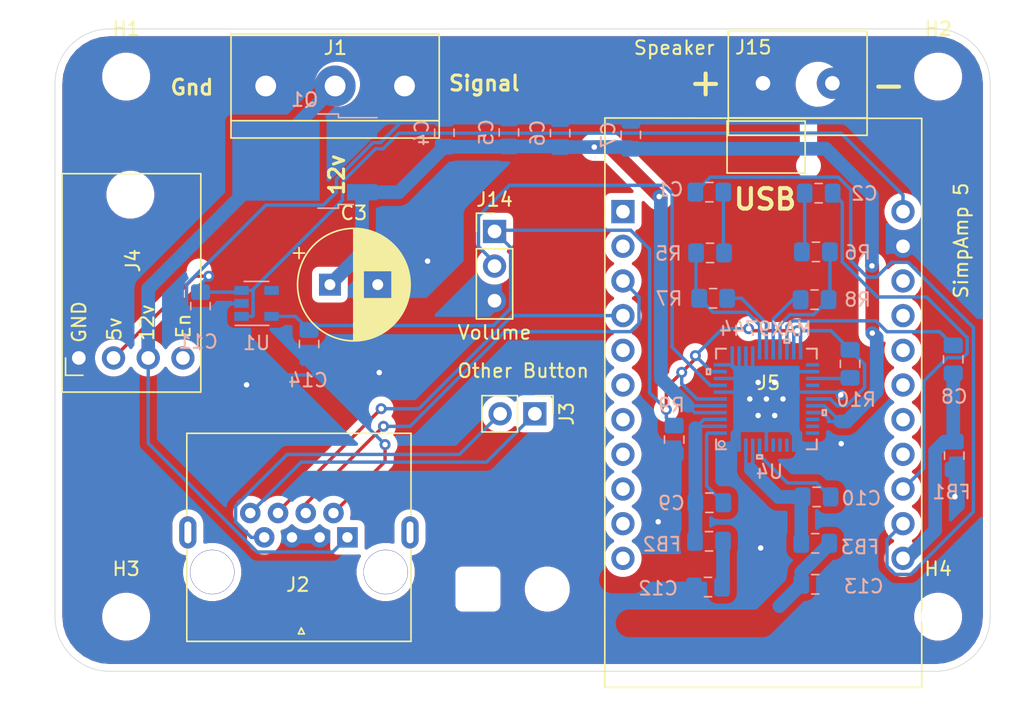
<source format=kicad_pcb>
(kicad_pcb (version 20171130) (host pcbnew "(5.1.6)-1")
  (layers (0 F.Cu signal) (31 B.Cu signal) (34 B.Paste user) (35 F.Paste user) (36 B.SilkS user) (37 F.SilkS user) (38 B.Mask user) (39 F.Mask user) (44 Edge.Cuts user))
  (net 0 "")
  (net 1 GND)
  (net 2 +12V)
  (net 3 "Net-(J2-Pad4)")
  (net 4 "Net-(J2-Pad7)")
  (net 5 "Net-(J2-Pad8)")
  (net 6 "Net-(J5-Pad1)")
  (net 7 +5V)
  (net 8 "Net-(J5-Pad3)")
  (net 9 "Net-(J5-Pad6)")
  (net 10 "Net-(J5-Pad8)")
  (net 11 "Net-(J5-Pad9)")
  (net 12 "Net-(J5-Pad10)")
  (net 13 "Net-(J5-Pad11)")
  (net 14 "Net-(J5-Pad12)")
  (net 15 "Net-(J5-Pad13)")
  (net 16 "Net-(J5-Pad14)")
  (net 17 "Net-(J5-Pad15)")
  (net 18 "Net-(J5-Pad16)")
  (net 19 "Net-(J5-Pad17)")
  (net 20 "Net-(J5-Pad19)")
  (net 21 "Net-(J5-Pad21)")
  (net 22 "Net-(J2-Pad6)")
  (net 23 "Net-(C1-Pad1)")
  (net 24 LeftIN)
  (net 25 RightIN)
  (net 26 "Net-(C2-Pad1)")
  (net 27 "Net-(C3-Pad1)")
  (net 28 "Net-(C8-Pad1)")
  (net 29 GNDA)
  (net 30 "Net-(C9-Pad1)")
  (net 31 "Net-(C9-Pad2)")
  (net 32 "Net-(C10-Pad2)")
  (net 33 "Net-(C10-Pad1)")
  (net 34 "Net-(C12-Pad2)")
  (net 35 "Net-(C13-Pad1)")
  (net 36 "Net-(J4-Pad4)")
  (net 37 +3V3)
  (net 38 "Net-(J14-Pad2)")
  (net 39 "Net-(R5-Pad1)")
  (net 40 "Net-(R6-Pad1)")
  (net 41 "Net-(R7-Pad1)")
  (net 42 "Net-(R8-Pad1)")
  (net 43 "Net-(R10-Pad1)")
  (net 44 "Net-(U4-Pad23)")
  (net 45 "Net-(U4-Pad26)")
  (net 46 "Net-(U4-Pad31)")
  (net 47 "Net-(U4-Pad32)")
  (net 48 "Net-(U4-Pad33)")
  (net 49 "Net-(U4-Pad36)")
  (net 50 "Net-(U4-Pad37)")
  (net 51 "Net-(U4-Pad38)")
  (net 52 "Net-(U1-Pad4)")
  (net 53 "Net-(J1-Pad3)")
  (module MountingHole:MountingHole_2.5mm (layer F.Cu) (at 198.12 86.9725)
    (fp_text reference H4 (at 0 -3.5) (layer F.SilkS))
    (fp_text value MountingHole)
    (pad 1 np_thru_hole circle (at 0 0) (size 2.5 2.5) (drill 2.5) (layers *.Cu *.Mask))
  )
  (module MountingHole:MountingHole_2.5mm (layer F.Cu) (at 138.684 86.9725)
    (fp_text reference H3 (at 0 -3.5) (layer F.SilkS))
    (fp_text value MountingHole)
    (pad 1 np_thru_hole circle (at 0 0) (size 2.5 2.5) (drill 2.5) (layers *.Cu *.Mask))
  )
  (module MountingHole:MountingHole_2.5mm (layer F.Cu) (at 198.12 47.412)
    (fp_text reference H2 (at 0 -3.5) (layer F.SilkS))
    (fp_text value MountingHole)
    (pad 1 np_thru_hole circle (at 0 0) (size 2.5 2.5) (drill 2.5) (layers *.Cu *.Mask))
  )
  (module MountingHole:MountingHole_2.5mm (layer F.Cu) (at 138.684 47.412)
    (fp_text reference H1 (at 0 -3.5) (layer F.SilkS))
    (fp_text value MountingHole)
    (pad 1 np_thru_hole circle (at 0 0) (size 2.5 2.5) (drill 2.5) (layers *.Cu *.Mask))
  )
  (module "Useful Modifications:AdaFruit_MPM3610" (layer F.Cu) (at 135.22 68.02 90)
    (fp_text reference J4 (at 7.1247 3.9624 90) (layer F.SilkS))
    (fp_text value Power)
    (fp_text user En (at 2.3368 7.6581 -90) (layer F.SilkS))
    (fp_text user 12v (at 2.59334 4.99364 -90) (layer F.SilkS))
    (fp_text user 5v (at 2.1209 2.60604 -90) (layer F.SilkS))
    (fp_text user GND (at 2.63398 0.02286 -90) (layer F.SilkS))
    (pad "" np_thru_hole oval (at 11.959 3.7719 195) (size 2.5 2.5) (drill oval 2.5) (layers *.Cu *.Mask))
    (pad 1 thru_hole rect (at 0 0 90) (size 1.7 1.7) (drill 1) (layers *.Cu *.Mask) (net 1 GND))
    (pad 2 thru_hole oval (at 0 2.54 90) (size 1.7 1.7) (drill 1) (layers *.Cu *.Mask) (net 7 +5V))
    (pad 3 thru_hole oval (at 0 5.08 90) (size 1.7 1.7) (drill 1) (layers *.Cu *.Mask) (net 2 +12V))
    (pad 4 thru_hole oval (at 0 7.62 90) (size 1.7 1.7) (drill 1) (layers *.Cu *.Mask) (net 36 "Net-(J4-Pad4)"))
  )
  (module Connector_PinHeader_2.54mm:PinHeader_1x02_P2.54mm_Vertical (layer F.Cu) (at 168.6 72.11 270)
    (fp_text reference J3 (at 0 -2.33 90) (layer F.SilkS))
    (fp_text value "Other Button" (at -3.15 0.85 180) (layer F.SilkS))
    (pad 1 thru_hole rect (at 0 0 270) (size 1.7 1.7) (drill 1) (layers *.Cu *.Mask) (net 5 "Net-(J2-Pad8)"))
    (pad 2 thru_hole oval (at 0 2.54 270) (size 1.7 1.7) (drill 1) (layers *.Cu *.Mask) (net 4 "Net-(J2-Pad7)"))
  )
  (module Capacitor_SMD:C_0805_2012Metric_Pad1.15x1.40mm_HandSolder (layer B.Cu) (at 181.375 55.875 180)
    (fp_text reference C1 (at 2.875 0.2) (layer B.SilkS) (effects (justify mirror)))
    (fp_text value 0.47µF)
    (pad 1 smd roundrect (at -1.025 0 180) (size 1.15 1.4) (layers B.Cu B.Paste B.Mask) (roundrect_rratio 0.217391) (net 23 "Net-(C1-Pad1)"))
    (pad 2 smd roundrect (at 1.025 0 180) (size 1.15 1.4) (layers B.Cu B.Paste B.Mask) (roundrect_rratio 0.217391) (net 24 LeftIN))
  )
  (module Capacitor_SMD:C_0805_2012Metric_Pad1.15x1.40mm_HandSolder (layer B.Cu) (at 189.375 55.95)
    (fp_text reference C2 (at 3.35 0.025) (layer B.SilkS) (effects (justify mirror)))
    (fp_text value 0.47µF)
    (pad 2 smd roundrect (at 1.025 0) (size 1.15 1.4) (layers B.Cu B.Paste B.Mask) (roundrect_rratio 0.217391) (net 25 RightIN))
    (pad 1 smd roundrect (at -1.025 0) (size 1.15 1.4) (layers B.Cu B.Paste B.Mask) (roundrect_rratio 0.217391) (net 26 "Net-(C2-Pad1)"))
  )
  (module Capacitor_THT:CP_Radial_D8.0mm_P3.50mm (layer F.Cu) (at 153.6 62.65)
    (fp_text reference C3 (at 1.75 -5.25) (layer F.SilkS))
    (fp_text value 470µF)
    (pad 1 thru_hole rect (at 0 0) (size 1.6 1.6) (drill 0.8) (layers *.Cu *.Mask) (net 27 "Net-(C3-Pad1)"))
    (pad 2 thru_hole circle (at 3.5 0) (size 1.6 1.6) (drill 0.8) (layers *.Cu *.Mask) (net 1 GND))
  )
  (module Capacitor_SMD:C_0805_2012Metric_Pad1.15x1.40mm_HandSolder (layer B.Cu) (at 161.975 51.525 270)
    (fp_text reference C4 (at 0 1.65 90) (layer B.SilkS) (effects (justify mirror)))
    (fp_text value 10µF)
    (pad 2 smd roundrect (at 1.025 0 270) (size 1.15 1.4) (layers B.Cu B.Paste B.Mask) (roundrect_rratio 0.217391) (net 27 "Net-(C3-Pad1)"))
    (pad 1 smd roundrect (at -1.025 0 270) (size 1.15 1.4) (layers B.Cu B.Paste B.Mask) (roundrect_rratio 0.217391) (net 1 GND))
  )
  (module Capacitor_SMD:C_0805_2012Metric_Pad1.15x1.40mm_HandSolder (layer B.Cu) (at 166.7 51.5 270)
    (fp_text reference C5 (at 0 1.65 90) (layer B.SilkS) (effects (justify mirror)))
    (fp_text value 10µF)
    (pad 2 smd roundrect (at 1.025 0 270) (size 1.15 1.4) (layers B.Cu B.Paste B.Mask) (roundrect_rratio 0.217391) (net 27 "Net-(C3-Pad1)"))
    (pad 1 smd roundrect (at -1.025 0 270) (size 1.15 1.4) (layers B.Cu B.Paste B.Mask) (roundrect_rratio 0.217391) (net 1 GND))
  )
  (module Capacitor_SMD:C_0805_2012Metric_Pad1.15x1.40mm_HandSolder (layer B.Cu) (at 170.45 51.55 270)
    (fp_text reference C6 (at 0 1.65 90) (layer B.SilkS) (effects (justify mirror)))
    (fp_text value 0.1µF)
    (pad 1 smd roundrect (at -1.025 0 270) (size 1.15 1.4) (layers B.Cu B.Paste B.Mask) (roundrect_rratio 0.217391) (net 1 GND))
    (pad 2 smd roundrect (at 1.025 0 270) (size 1.15 1.4) (layers B.Cu B.Paste B.Mask) (roundrect_rratio 0.217391) (net 27 "Net-(C3-Pad1)"))
  )
  (module Capacitor_SMD:C_0805_2012Metric_Pad1.15x1.40mm_HandSolder (layer B.Cu) (at 175.625 51.675 270)
    (fp_text reference C7 (at 0 1.65 90) (layer B.SilkS) (effects (justify mirror)))
    (fp_text value 0.1µF)
    (pad 2 smd roundrect (at 1.025 0 270) (size 1.15 1.4) (layers B.Cu B.Paste B.Mask) (roundrect_rratio 0.217391) (net 27 "Net-(C3-Pad1)"))
    (pad 1 smd roundrect (at -1.025 0 270) (size 1.15 1.4) (layers B.Cu B.Paste B.Mask) (roundrect_rratio 0.217391) (net 1 GND))
  )
  (module Capacitor_SMD:C_0805_2012Metric_Pad1.15x1.40mm_HandSolder (layer B.Cu) (at 199.225 68.125 270)
    (fp_text reference C8 (at 2.725 -0.075 180) (layer B.SilkS) (effects (justify mirror)))
    (fp_text value 2.2µF)
    (pad 1 smd roundrect (at -1.025 0 270) (size 1.15 1.4) (layers B.Cu B.Paste B.Mask) (roundrect_rratio 0.217391) (net 28 "Net-(C8-Pad1)"))
    (pad 2 smd roundrect (at 1.025 0 270) (size 1.15 1.4) (layers B.Cu B.Paste B.Mask) (roundrect_rratio 0.217391) (net 29 GNDA))
  )
  (module Capacitor_SMD:C_0805_2012Metric_Pad1.15x1.40mm_HandSolder (layer B.Cu) (at 181.375 78.625)
    (fp_text reference C9 (at -2.775 0.025) (layer B.SilkS) (effects (justify mirror)))
    (fp_text value 0.1µF)
    (pad 1 smd roundrect (at -1.025 0) (size 1.15 1.4) (layers B.Cu B.Paste B.Mask) (roundrect_rratio 0.217391) (net 30 "Net-(C9-Pad1)"))
    (pad 2 smd roundrect (at 1.025 0) (size 1.15 1.4) (layers B.Cu B.Paste B.Mask) (roundrect_rratio 0.217391) (net 31 "Net-(C9-Pad2)"))
  )
  (module Capacitor_SMD:C_0805_2012Metric_Pad1.15x1.40mm_HandSolder (layer B.Cu) (at 189.225 78.2)
    (fp_text reference C10 (at 3.275 0.1) (layer B.SilkS) (effects (justify mirror)))
    (fp_text value 0.1µF)
    (pad 2 smd roundrect (at 1.025 0) (size 1.15 1.4) (layers B.Cu B.Paste B.Mask) (roundrect_rratio 0.217391) (net 32 "Net-(C10-Pad2)"))
    (pad 1 smd roundrect (at -1.025 0) (size 1.15 1.4) (layers B.Cu B.Paste B.Mask) (roundrect_rratio 0.217391) (net 33 "Net-(C10-Pad1)"))
  )
  (module Capacitor_SMD:C_0805_2012Metric_Pad1.15x1.40mm_HandSolder (layer B.Cu) (at 181.275 84.8)
    (fp_text reference C12 (at -3.65 0.1) (layer B.SilkS) (effects (justify mirror)))
    (fp_text value 470pF)
    (pad 1 smd roundrect (at -1.025 0) (size 1.15 1.4) (layers B.Cu B.Paste B.Mask) (roundrect_rratio 0.217391) (net 1 GND))
    (pad 2 smd roundrect (at 1.025 0) (size 1.15 1.4) (layers B.Cu B.Paste B.Mask) (roundrect_rratio 0.217391) (net 34 "Net-(C12-Pad2)"))
  )
  (module Capacitor_SMD:C_0805_2012Metric_Pad1.15x1.40mm_HandSolder (layer B.Cu) (at 189.125 84.6)
    (fp_text reference C13 (at 3.55 0.15) (layer B.SilkS) (effects (justify mirror)))
    (fp_text value 470pF)
    (pad 1 smd roundrect (at -1.025 0) (size 1.15 1.4) (layers B.Cu B.Paste B.Mask) (roundrect_rratio 0.217391) (net 35 "Net-(C13-Pad1)"))
    (pad 2 smd roundrect (at 1.025 0) (size 1.15 1.4) (layers B.Cu B.Paste B.Mask) (roundrect_rratio 0.217391) (net 1 GND))
  )
  (module Inductor_SMD:L_0805_2012Metric_Pad1.15x1.40mm_HandSolder (layer B.Cu) (at 199.3 75.175 270)
    (fp_text reference FB1 (at 2.675 0.2 180) (layer B.SilkS) (effects (justify mirror)))
    (fp_text value MPZ2012S221AT00)
    (pad 1 smd roundrect (at -1.025 0 270) (size 1.15 1.4) (layers B.Cu B.Paste B.Mask) (roundrect_rratio 0.217391) (net 29 GNDA))
    (pad 2 smd roundrect (at 1.025 0 270) (size 1.15 1.4) (layers B.Cu B.Paste B.Mask) (roundrect_rratio 0.217391) (net 1 GND))
  )
  (module Inductor_SMD:L_0805_2012Metric_Pad1.15x1.40mm_HandSolder (layer B.Cu) (at 181.35 81.45)
    (fp_text reference FB2 (at -3.45 0.225) (layer B.SilkS) (effects (justify mirror)))
    (fp_text value MPZ2012S221AT00)
    (pad 1 smd roundrect (at -1.025 0) (size 1.15 1.4) (layers B.Cu B.Paste B.Mask) (roundrect_rratio 0.217391) (net 30 "Net-(C9-Pad1)"))
    (pad 2 smd roundrect (at 1.025 0) (size 1.15 1.4) (layers B.Cu B.Paste B.Mask) (roundrect_rratio 0.217391) (net 34 "Net-(C12-Pad2)"))
  )
  (module Inductor_SMD:L_0805_2012Metric_Pad1.15x1.40mm_HandSolder (layer B.Cu) (at 189.125 81.6)
    (fp_text reference FB3 (at 3.275 0.275) (layer B.SilkS) (effects (justify mirror)))
    (fp_text value MPZ2012S221AT00)
    (pad 2 smd roundrect (at 1.025 0) (size 1.15 1.4) (layers B.Cu B.Paste B.Mask) (roundrect_rratio 0.217391) (net 35 "Net-(C13-Pad1)"))
    (pad 1 smd roundrect (at -1.025 0) (size 1.15 1.4) (layers B.Cu B.Paste B.Mask) (roundrect_rratio 0.217391) (net 33 "Net-(C10-Pad1)"))
  )
  (module Connector_PinHeader_2.54mm:PinHeader_1x03_P2.54mm_Vertical (layer F.Cu) (at 165.65 58.75)
    (fp_text reference J14 (at 0 -2.33) (layer F.SilkS))
    (fp_text value Volume (at 0 7.41) (layer F.SilkS))
    (pad 1 thru_hole rect (at 0 0) (size 1.7 1.7) (drill 1) (layers *.Cu *.Mask) (net 37 +3V3))
    (pad 2 thru_hole oval (at 0 2.54) (size 1.7 1.7) (drill 1) (layers *.Cu *.Mask) (net 38 "Net-(J14-Pad2)"))
    (pad 3 thru_hole oval (at 0 5.08) (size 1.7 1.7) (drill 1) (layers *.Cu *.Mask) (net 1 GND))
  )
  (module "Useful Modifications:TerminalBlock_bornier-2_P5.08mm" (layer F.Cu) (at 185.3 47.9)
    (fp_text reference J15 (at -0.71 -2.63) (layer F.SilkS))
    (fp_text value Speaker (at -6.5 -2.6) (layer F.SilkS))
    (pad 1 thru_hole rect (at 0 0) (size 2.286 2.286) (drill 1.0668) (layers *.Cu *.Mask) (net 34 "Net-(C12-Pad2)"))
    (pad 2 thru_hole circle (at 5.08 0) (size 2.286 2.286) (drill 1.0668) (layers *.Cu *.Mask) (net 35 "Net-(C13-Pad1)"))
  )
  (module "Useful Modifications:TO-252-2pin3D" (layer B.Cu) (at 151.75 53.6 180)
    (fp_text reference Q1 (at 0 4.5) (layer B.SilkS) (effects (justify mirror)))
    (fp_text value AOD417)
    (pad 1 smd rect (at -4.2 2.28 180) (size 2.2 1.2) (layers B.Cu B.Paste B.Mask) (net 1 GND))
    (pad 2 smd rect (at -4.2 -2.28 180) (size 2.2 1.2) (layers B.Cu B.Paste B.Mask) (net 27 "Net-(C3-Pad1)"))
    (pad 3 smd rect (at 2.1 0 180) (size 6.4 5.8) (layers B.Cu B.Mask) (net 2 +12V))
  )
  (module Resistor_SMD:R_0805_2012Metric_Pad1.15x1.40mm_HandSolder (layer B.Cu) (at 181.425 60.325)
    (fp_text reference R5 (at -3.05 0.05) (layer B.SilkS) (effects (justify mirror)))
    (fp_text value 20K)
    (pad 1 smd roundrect (at -1.025 0) (size 1.15 1.4) (layers B.Cu B.Paste B.Mask) (roundrect_rratio 0.217391) (net 39 "Net-(R5-Pad1)"))
    (pad 2 smd roundrect (at 1.025 0) (size 1.15 1.4) (layers B.Cu B.Paste B.Mask) (roundrect_rratio 0.217391) (net 23 "Net-(C1-Pad1)"))
  )
  (module Resistor_SMD:R_0805_2012Metric_Pad1.15x1.40mm_HandSolder (layer B.Cu) (at 189.175 60.25 180)
    (fp_text reference R6 (at -3.05 -0.05) (layer B.SilkS) (effects (justify mirror)))
    (fp_text value 20K)
    (pad 2 smd roundrect (at 1.025 0 180) (size 1.15 1.4) (layers B.Cu B.Paste B.Mask) (roundrect_rratio 0.217391) (net 26 "Net-(C2-Pad1)"))
    (pad 1 smd roundrect (at -1.025 0 180) (size 1.15 1.4) (layers B.Cu B.Paste B.Mask) (roundrect_rratio 0.217391) (net 40 "Net-(R6-Pad1)"))
  )
  (module Resistor_SMD:R_0805_2012Metric_Pad1.15x1.40mm_HandSolder (layer B.Cu) (at 181.65 63.65 180)
    (fp_text reference R7 (at 3.225 -0.025) (layer B.SilkS) (effects (justify mirror)))
    (fp_text value 20K)
    (pad 1 smd roundrect (at -1.025 0 180) (size 1.15 1.4) (layers B.Cu B.Paste B.Mask) (roundrect_rratio 0.217391) (net 41 "Net-(R7-Pad1)"))
    (pad 2 smd roundrect (at 1.025 0 180) (size 1.15 1.4) (layers B.Cu B.Paste B.Mask) (roundrect_rratio 0.217391) (net 39 "Net-(R5-Pad1)"))
  )
  (module Resistor_SMD:R_0805_2012Metric_Pad1.15x1.40mm_HandSolder (layer B.Cu) (at 189.075 63.75)
    (fp_text reference R8 (at 3.15 0) (layer B.SilkS) (effects (justify mirror)))
    (fp_text value 20K)
    (pad 2 smd roundrect (at 1.025 0) (size 1.15 1.4) (layers B.Cu B.Paste B.Mask) (roundrect_rratio 0.217391) (net 40 "Net-(R6-Pad1)"))
    (pad 1 smd roundrect (at -1.025 0) (size 1.15 1.4) (layers B.Cu B.Paste B.Mask) (roundrect_rratio 0.217391) (net 42 "Net-(R8-Pad1)"))
  )
  (module Resistor_SMD:R_0805_2012Metric_Pad1.15x1.40mm_HandSolder (layer B.Cu) (at 178.8 74 270)
    (fp_text reference R9 (at -2.525 0.2 180) (layer B.SilkS) (effects (justify mirror)))
    (fp_text value 10K)
    (pad 1 smd roundrect (at -1.025 0 270) (size 1.15 1.4) (layers B.Cu B.Paste B.Mask) (roundrect_rratio 0.217391) (net 37 +3V3))
    (pad 2 smd roundrect (at 1.025 0 270) (size 1.15 1.4) (layers B.Cu B.Paste B.Mask) (roundrect_rratio 0.217391) (net 1 GND))
  )
  (module Resistor_SMD:R_0805_2012Metric_Pad1.15x1.40mm_HandSolder (layer B.Cu) (at 191.675 68.45 90)
    (fp_text reference R10 (at -2.625 0.45 180) (layer B.SilkS) (effects (justify mirror)))
    (fp_text value 10K)
    (pad 2 smd roundrect (at 1.025 0 90) (size 1.15 1.4) (layers B.Cu B.Paste B.Mask) (roundrect_rratio 0.217391) (net 37 +3V3))
    (pad 1 smd roundrect (at -1.025 0 90) (size 1.15 1.4) (layers B.Cu B.Paste B.Mask) (roundrect_rratio 0.217391) (net 43 "Net-(R10-Pad1)"))
  )
  (module "Useful Modifications:max9744eth&plus_Mod" (layer B.Cu) (at 185.55 71.025)
    (fp_text reference U4 (at 0.22606 5.32892) (layer B.SilkS) (effects (justify mirror)))
    (fp_text value MAX9744 (at -0.07112 -5.14096) (layer B.SilkS) (effects (justify mirror)))
    (pad 45 thru_hole circle (at 0.606425 -1.21285) (size 0.8 0.8) (drill 0.4) (layers *.Cu *.Mask) (net 1 GND))
    (pad 45 thru_hole circle (at -0.606425 -1.21285) (size 0.8 0.8) (drill 0.4) (layers *.Cu *.Mask) (net 1 GND))
    (pad 45 thru_hole circle (at -0.606425 1.21285) (size 0.8 0.8) (drill 0.4) (layers *.Cu *.Mask) (net 1 GND))
    (pad 45 thru_hole circle (at 0.606425 1.21285) (size 0.8 0.8) (drill 0.4) (layers *.Cu *.Mask) (net 1 GND))
    (pad 45 thru_hole circle (at -1.21285 0) (size 0.8 0.8) (drill 0.4) (layers *.Cu *.Mask) (net 1 GND))
    (pad 45 thru_hole circle (at 1.21285 0) (size 0.8 0.8) (drill 0.4) (layers *.Cu *.Mask) (net 1 GND))
    (pad 45 thru_hole circle (at 0 0) (size 0.8 0.8) (drill 0.4) (layers *.Cu *.Mask) (net 1 GND))
    (pad 1 smd rect (at -3.3782 2.5 270) (size 0.254 0.9652) (layers B.Cu B.Paste B.Mask) (net 31 "Net-(C9-Pad2)"))
    (pad 2 smd rect (at -3.3782 2.000001 270) (size 0.254 0.9652) (layers B.Cu B.Paste B.Mask) (net 30 "Net-(C9-Pad1)"))
    (pad 3 smd rect (at -3.3782 1.5 270) (size 0.254 0.9652) (layers B.Cu B.Paste B.Mask) (net 30 "Net-(C9-Pad1)"))
    (pad 4 smd rect (at -3.3782 1.000001 270) (size 0.254 0.9652) (layers B.Cu B.Paste B.Mask) (net 27 "Net-(C3-Pad1)"))
    (pad 5 smd rect (at -3.3782 0.499999 270) (size 0.254 0.9652) (layers B.Cu B.Paste B.Mask) (net 27 "Net-(C3-Pad1)"))
    (pad 6 smd rect (at -3.3782 0 270) (size 0.254 0.9652) (layers B.Cu B.Paste B.Mask) (net 37 +3V3))
    (pad 7 smd rect (at -3.3782 -0.499999 270) (size 0.254 0.9652) (layers B.Cu B.Paste B.Mask) (net 1 GND))
    (pad 8 smd rect (at -3.3782 -1.000001 270) (size 0.254 0.9652) (layers B.Cu B.Paste B.Mask) (net 38 "Net-(J14-Pad2)"))
    (pad 9 smd rect (at -3.3782 -1.5 270) (size 0.254 0.9652) (layers B.Cu B.Paste B.Mask) (net 1 GND))
    (pad 10 smd rect (at -3.3782 -2.000001 270) (size 0.254 0.9652) (layers B.Cu B.Paste B.Mask) (net 37 +3V3))
    (pad 11 smd rect (at -3.3782 -2.5 270) (size 0.254 0.9652) (layers B.Cu B.Paste B.Mask) (net 1 GND))
    (pad 12 smd rect (at -2.5 -3.3782) (size 0.254 0.9652) (layers B.Cu B.Paste B.Mask) (net 1 GND))
    (pad 13 smd rect (at -2.000001 -3.3782) (size 0.254 0.9652) (layers B.Cu B.Paste B.Mask) (net 1 GND))
    (pad 14 smd rect (at -1.5 -3.3782) (size 0.254 0.9652) (layers B.Cu B.Paste B.Mask) (net 1 GND))
    (pad 15 smd rect (at -1.000001 -3.3782) (size 0.254 0.9652) (layers B.Cu B.Paste B.Mask) (net 1 GND))
    (pad 16 smd rect (at -0.499999 -3.3782) (size 0.254 0.9652) (layers B.Cu B.Paste B.Mask) (net 39 "Net-(R5-Pad1)"))
    (pad 17 smd rect (at 0 -3.3782) (size 0.254 0.9652) (layers B.Cu B.Paste B.Mask) (net 41 "Net-(R7-Pad1)"))
    (pad 18 smd rect (at 0.499999 -3.3782) (size 0.254 0.9652) (layers B.Cu B.Paste B.Mask) (net 42 "Net-(R8-Pad1)"))
    (pad 19 smd rect (at 1.000001 -3.3782) (size 0.254 0.9652) (layers B.Cu B.Paste B.Mask) (net 40 "Net-(R6-Pad1)"))
    (pad 20 smd rect (at 1.5 -3.3782) (size 0.254 0.9652) (layers B.Cu B.Paste B.Mask) (net 28 "Net-(C8-Pad1)"))
    (pad 21 smd rect (at 2.000001 -3.3782) (size 0.254 0.9652) (layers B.Cu B.Paste B.Mask) (net 37 +3V3))
    (pad 22 smd rect (at 2.5 -3.3782) (size 0.254 0.9652) (layers B.Cu B.Paste B.Mask) (net 37 +3V3))
    (pad 23 smd rect (at 3.3782 -2.5 270) (size 0.254 0.9652) (layers B.Cu B.Paste B.Mask) (net 44 "Net-(U4-Pad23)"))
    (pad 24 smd rect (at 3.3782 -2.000001 270) (size 0.254 0.9652) (layers B.Cu B.Paste B.Mask) (net 1 GND))
    (pad 25 smd rect (at 3.3782 -1.5 270) (size 0.254 0.9652) (layers B.Cu B.Paste B.Mask) (net 43 "Net-(R10-Pad1)"))
    (pad 26 smd rect (at 3.3782 -1.000001 270) (size 0.254 0.9652) (layers B.Cu B.Paste B.Mask) (net 45 "Net-(U4-Pad26)"))
    (pad 27 smd rect (at 3.3782 -0.499999 270) (size 0.254 0.9652) (layers B.Cu B.Paste B.Mask) (net 1 GND))
    (pad 28 smd rect (at 3.3782 0 270) (size 0.254 0.9652) (layers B.Cu B.Paste B.Mask) (net 37 +3V3))
    (pad 29 smd rect (at 3.3782 0.499999 270) (size 0.254 0.9652) (layers B.Cu B.Paste B.Mask) (net 27 "Net-(C3-Pad1)"))
    (pad 30 smd rect (at 3.3782 1.000001 270) (size 0.254 0.9652) (layers B.Cu B.Paste B.Mask) (net 27 "Net-(C3-Pad1)"))
    (pad 31 smd rect (at 3.3782 1.5 270) (size 0.254 0.9652) (layers B.Cu B.Paste B.Mask) (net 46 "Net-(U4-Pad31)"))
    (pad 32 smd rect (at 3.3782 2.000001 270) (size 0.254 0.9652) (layers B.Cu B.Paste B.Mask) (net 47 "Net-(U4-Pad32)"))
    (pad 33 smd rect (at 3.3782 2.5 270) (size 0.254 0.9652) (layers B.Cu B.Paste B.Mask) (net 48 "Net-(U4-Pad33)"))
    (pad 34 smd rect (at 2.5 3.3782) (size 0.254 0.9652) (layers B.Cu B.Paste B.Mask) (net 1 GND))
    (pad 35 smd rect (at 2.000001 3.3782) (size 0.254 0.9652) (layers B.Cu B.Paste B.Mask) (net 1 GND))
    (pad 36 smd rect (at 1.5 3.3782) (size 0.254 0.9652) (layers B.Cu B.Paste B.Mask) (net 49 "Net-(U4-Pad36)"))
    (pad 37 smd rect (at 1.000001 3.3782) (size 0.254 0.9652) (layers B.Cu B.Paste B.Mask) (net 50 "Net-(U4-Pad37)"))
    (pad 38 smd rect (at 0.499999 3.3782) (size 0.254 0.9652) (layers B.Cu B.Paste B.Mask) (net 51 "Net-(U4-Pad38)"))
    (pad 39 smd rect (at 0 3.3782) (size 0.254 0.9652) (layers B.Cu B.Paste B.Mask) (net 1 GND))
    (pad 40 smd rect (at -0.499999 3.3782) (size 0.254 0.9652) (layers B.Cu B.Paste B.Mask) (net 32 "Net-(C10-Pad2)"))
    (pad 41 smd rect (at -1.000001 3.3782) (size 0.254 0.9652) (layers B.Cu B.Paste B.Mask) (net 33 "Net-(C10-Pad1)"))
    (pad 42 smd rect (at -1.5 3.3782) (size 0.254 0.9652) (layers B.Cu B.Paste B.Mask) (net 33 "Net-(C10-Pad1)"))
    (pad 43 smd rect (at -2.000001 3.3782) (size 0.254 0.9652) (layers B.Cu B.Paste B.Mask) (net 1 GND))
    (pad 44 smd rect (at -2.5 3.3782) (size 0.254 0.9652) (layers B.Cu B.Paste B.Mask) (net 1 GND))
    (pad 45 smd rect (at 0 0) (size 4.8514 4.8514) (layers B.Cu B.Paste B.Mask) (net 1 GND))
  )
  (module "Useful Modifications:RJ45_x08_Tab_Up" (layer F.Cu) (at 151.1 84.76)
    (fp_text reference J2 (at 0.1524 -0.13208) (layer F.SilkS))
    (fp_text value RJ45)
    (pad 10 thru_hole oval (at 8.36168 -3.96113 180) (size 1.259 2.362) (drill oval 0.5 1.6) (layers *.Cu *.Mask))
    (pad 9 thru_hole oval (at -7.89832 -3.96113 180) (size 1.259 2.362) (drill oval 0.5 1.6) (layers *.Cu *.Mask))
    (pad 1 thru_hole rect (at 3.78098 -3.59918) (size 1.5 1.5) (drill 0.76) (layers *.Cu *.Mask) (net 2 +12V))
    (pad 2 thru_hole circle (at 2.76098 -5.37918) (size 1.5 1.5) (drill 0.76) (layers *.Cu *.Mask) (net 53 "Net-(J1-Pad3)"))
    (pad 3 thru_hole circle (at 1.75098 -3.59918) (size 1.5 1.5) (drill 0.76) (layers *.Cu *.Mask) (net 1 GND))
    (pad 4 thru_hole circle (at 0.73098 -5.37918) (size 1.5 1.5) (drill 0.76) (layers *.Cu *.Mask) (net 3 "Net-(J2-Pad4)"))
    (pad 5 thru_hole circle (at -0.27902 -3.59918) (size 1.5 1.5) (drill 0.76) (layers *.Cu *.Mask) (net 1 GND))
    (pad 6 thru_hole circle (at -1.29902 -5.37918) (size 1.5 1.5) (drill 0.76) (layers *.Cu *.Mask) (net 22 "Net-(J2-Pad6)"))
    (pad 7 thru_hole circle (at -2.30902 -3.59918) (size 1.5 1.5) (drill 0.76) (layers *.Cu *.Mask) (net 4 "Net-(J2-Pad7)"))
    (pad 8 thru_hole circle (at -3.32902 -5.37918) (size 1.5 1.5) (drill 0.76) (layers *.Cu *.Mask) (net 5 "Net-(J2-Pad8)"))
    (pad "" np_thru_hole circle (at 6.58168 -1.05918 180) (size 3.25 3.25) (drill 3.200001) (layers *.Cu *.Mask))
    (pad "" np_thru_hole circle (at -6.11832 -1.05918 180) (size 3.25 3.25) (drill 3.2) (layers *.Cu *.Mask))
  )
  (module Capacitor_SMD:C_0805_2012Metric_Pad1.15x1.40mm_HandSolder (layer B.Cu) (at 144.125 64.225 90)
    (fp_text reference C11 (at -2.6 -0.175 180) (layer B.SilkS) (effects (justify mirror)))
    (fp_text value 1µF)
    (pad 1 smd roundrect (at -1.025 0 90) (size 1.15 1.4) (layers B.Cu B.Paste B.Mask) (roundrect_rratio 0.217391) (net 1 GND))
    (pad 2 smd roundrect (at 1.025 0 90) (size 1.15 1.4) (layers B.Cu B.Paste B.Mask) (roundrect_rratio 0.217391) (net 7 +5V))
  )
  (module Capacitor_SMD:C_0805_2012Metric_Pad1.15x1.40mm_HandSolder (layer B.Cu) (at 152.075 67 90)
    (fp_text reference C14 (at -2.65 -0.075 180) (layer B.SilkS) (effects (justify mirror)))
    (fp_text value 1µF)
    (pad 2 smd roundrect (at 1.025 0 90) (size 1.15 1.4) (layers B.Cu B.Paste B.Mask) (roundrect_rratio 0.217391) (net 37 +3V3))
    (pad 1 smd roundrect (at -1.025 0 90) (size 1.15 1.4) (layers B.Cu B.Paste B.Mask) (roundrect_rratio 0.217391) (net 1 GND))
  )
  (module Package_TO_SOT_SMD:SOT-23-5 (layer B.Cu) (at 148.225 64.025)
    (fp_text reference U1 (at 0 2.9 180) (layer B.SilkS) (effects (justify mirror)))
    (fp_text value AP2112K-3.3)
    (pad 1 smd rect (at -1.1 0.95) (size 1.06 0.65) (layers B.Cu B.Paste B.Mask) (net 7 +5V))
    (pad 2 smd rect (at -1.1 0) (size 1.06 0.65) (layers B.Cu B.Paste B.Mask) (net 1 GND))
    (pad 3 smd rect (at -1.1 -0.95) (size 1.06 0.65) (layers B.Cu B.Paste B.Mask) (net 7 +5V))
    (pad 4 smd rect (at 1.1 -0.95) (size 1.06 0.65) (layers B.Cu B.Paste B.Mask) (net 52 "Net-(U1-Pad4)"))
    (pad 5 smd rect (at 1.1 0.95) (size 1.06 0.65) (layers B.Cu B.Paste B.Mask) (net 37 +3V3))
  )
  (module TerminalBlock:TerminalBlock_bornier-3_P5.08mm (layer F.Cu) (at 148.9 48.1)
    (fp_text reference J1 (at 5.1 -2.8) (layer F.SilkS))
    (fp_text value Power/Relay)
    (pad 3 thru_hole circle (at 10.16 0) (size 3 3) (drill 1.52) (layers *.Cu *.Mask) (net 53 "Net-(J1-Pad3)"))
    (pad 2 thru_hole circle (at 5.08 0) (size 3 3) (drill 1.52) (layers *.Cu *.Mask) (net 2 +12V))
    (pad 1 thru_hole rect (at 0 0) (size 3 3) (drill 1.52) (layers *.Cu *.Mask) (net 1 GND))
  )
  (module "Useful Modifications:FXSound_2x11_P2.54mm" (layer F.Cu) (at 175.05 57.3)
    (fp_text reference J5 (at 10.6553 12.5476) (layer F.SilkS))
    (fp_text value FX_Sound)
    (pad 1 thru_hole rect (at 0 0) (size 1.7 1.7) (drill 1) (layers *.Cu *.Mask) (net 6 "Net-(J5-Pad1)"))
    (pad 2 thru_hole oval (at 20.5 0) (size 1.7 1.7) (drill 1) (layers *.Cu *.Mask) (net 7 +5V))
    (pad 3 thru_hole oval (at 0 2.54) (size 1.7 1.7) (drill 1) (layers *.Cu *.Mask) (net 8 "Net-(J5-Pad3)"))
    (pad 4 thru_hole oval (at 20.5 2.54) (size 1.7 1.7) (drill 1) (layers *.Cu *.Mask) (net 1 GND))
    (pad 5 thru_hole oval (at 0 5.08) (size 1.7 1.7) (drill 1) (layers *.Cu *.Mask) (net 3 "Net-(J2-Pad4)"))
    (pad 6 thru_hole oval (at 20.5 5.08) (size 1.7 1.7) (drill 1) (layers *.Cu *.Mask) (net 9 "Net-(J5-Pad6)"))
    (pad 7 thru_hole oval (at 0 7.62) (size 1.7 1.7) (drill 1) (layers *.Cu *.Mask) (net 22 "Net-(J2-Pad6)"))
    (pad 8 thru_hole oval (at 20.5 7.62) (size 1.7 1.7) (drill 1) (layers *.Cu *.Mask) (net 10 "Net-(J5-Pad8)"))
    (pad 9 thru_hole oval (at 0 10.16) (size 1.7 1.7) (drill 1) (layers *.Cu *.Mask) (net 11 "Net-(J5-Pad9)"))
    (pad 10 thru_hole oval (at 20.5 10.16) (size 1.7 1.7) (drill 1) (layers *.Cu *.Mask) (net 12 "Net-(J5-Pad10)"))
    (pad 11 thru_hole oval (at 0 12.7) (size 1.7 1.7) (drill 1) (layers *.Cu *.Mask) (net 13 "Net-(J5-Pad11)"))
    (pad 12 thru_hole oval (at 20.5 12.7) (size 1.7 1.7) (drill 1) (layers *.Cu *.Mask) (net 14 "Net-(J5-Pad12)"))
    (pad 13 thru_hole oval (at 0 15.24) (size 1.7 1.7) (drill 1) (layers *.Cu *.Mask) (net 15 "Net-(J5-Pad13)"))
    (pad 14 thru_hole oval (at 20.5 15.24) (size 1.7 1.7) (drill 1) (layers *.Cu *.Mask) (net 16 "Net-(J5-Pad14)"))
    (pad 15 thru_hole oval (at 0 17.78) (size 1.7 1.7) (drill 1) (layers *.Cu *.Mask) (net 17 "Net-(J5-Pad15)"))
    (pad 16 thru_hole oval (at 20.5 17.78) (size 1.7 1.7) (drill 1) (layers *.Cu *.Mask) (net 18 "Net-(J5-Pad16)"))
    (pad 17 thru_hole oval (at 0 20.32) (size 1.7 1.7) (drill 1) (layers *.Cu *.Mask) (net 19 "Net-(J5-Pad17)"))
    (pad 18 thru_hole oval (at 20.5 20.32) (size 1.7 1.7) (drill 1) (layers *.Cu *.Mask) (net 25 RightIN))
    (pad 19 thru_hole oval (at 0 22.86) (size 1.7 1.7) (drill 1) (layers *.Cu *.Mask) (net 20 "Net-(J5-Pad19)"))
    (pad 20 thru_hole oval (at 20.5 22.86) (size 1.7 1.7) (drill 1) (layers *.Cu *.Mask) (net 24 LeftIN))
    (pad 21 thru_hole oval (at 0 25.4) (size 1.7 1.7) (drill 1) (layers *.Cu *.Mask) (net 21 "Net-(J5-Pad21)"))
    (pad 22 thru_hole oval (at 20.5 25.4) (size 1.7 1.7) (drill 1) (layers *.Cu *.Mask) (net 29 GNDA))
  )
  (gr_text USB (at 185.45 56.4) (layer F.SilkS) (effects (font (size 1.5 1.5) (thickness 0.3))))
  (gr_text - (at 194.5 48) (layer F.SilkS) (effects (font (size 2 2) (thickness 0.3))))
  (gr_text + (at 181.1 47.8) (layer F.SilkS) (effects (font (size 2 2) (thickness 0.3))))
  (gr_text Signal (at 164.9 47.9) (layer F.SilkS) (effects (font (size 1.1 1.1) (thickness 0.2238))))
  (gr_text Gnd (at 143.5 48.2) (layer F.SilkS) (effects (font (size 1.1 1.1) (thickness 0.2238))))
  (gr_text 12v (at 154.1 54.6 90) (layer F.SilkS) (effects (font (size 1.1 1.1) (thickness 0.2238))))
  (gr_text "SimpAmp 5" (at 199.8 59.425 90) (layer F.SilkS) (effects (font (size 0.999998 0.999998) (thickness 0.14986))))
  (gr_arc (start 137.4775 86.9725) (end 133.477 86.9725) (angle -90) (layer Edge.Cuts) (width 0.05))
  (gr_arc (start 137.4775 47.92) (end 137.4775 43.9195) (angle -90) (layer Edge.Cuts) (width 0.05))
  (gr_arc (start 197.9295 47.92) (end 201.93 47.92) (angle -90) (layer Edge.Cuts) (width 0.05))
  (gr_arc (start 197.9295 86.9725) (end 197.9295 90.973) (angle -90) (layer Edge.Cuts) (width 0.05))
  (gr_line (start 133.477 47.92) (end 133.477 86.9725) (layer Edge.Cuts) (width 0.05))
  (gr_line (start 197.9295 43.9195) (end 137.4775 43.9195) (layer Edge.Cuts) (width 0.05))
  (gr_line (start 201.93 86.9725) (end 201.93 47.92) (layer Edge.Cuts) (width 0.05))
  (gr_line (start 137.4775 90.973) (end 197.9295 90.973) (layer Edge.Cuts) (width 0.05))
  (segment (start 184.549999 70.024999) (end 185.55 71.025) (width 0.25) (layer B.Cu) (net 1))
  (segment (start 184.549999 67.6468) (end 184.549999 70.024999) (width 0.25) (layer B.Cu) (net 1))
  (segment (start 184.05 69.525) (end 185.55 71.025) (width 0.25) (layer B.Cu) (net 1))
  (segment (start 184.05 67.6468) (end 184.05 69.525) (width 0.25) (layer B.Cu) (net 1))
  (segment (start 183.549999 69.024999) (end 185.55 71.025) (width 0.25) (layer B.Cu) (net 1))
  (segment (start 183.549999 67.6468) (end 183.549999 69.024999) (width 0.25) (layer B.Cu) (net 1))
  (segment (start 183.05 68.525) (end 185.55 71.025) (width 0.25) (layer B.Cu) (net 1))
  (segment (start 183.05 67.6468) (end 183.05 68.525) (width 0.25) (layer B.Cu) (net 1))
  (segment (start 185.4044 71.025) (end 185.55 71.025) (width 0.25) (layer B.Cu) (net 1))
  (segment (start 182.1718 68.525) (end 182.9044 68.525) (width 0.25) (layer B.Cu) (net 1))
  (segment (start 182.9044 68.525) (end 185.4044 71.025) (width 0.25) (layer B.Cu) (net 1))
  (segment (start 182.1718 69.525) (end 184.05 69.525) (width 0.25) (layer B.Cu) (net 1))
  (segment (start 187.550001 69.024999) (end 185.55 71.025) (width 0.25) (layer B.Cu) (net 1))
  (segment (start 188.9282 69.024999) (end 187.550001 69.024999) (width 0.25) (layer B.Cu) (net 1))
  (segment (start 186.049999 70.525001) (end 185.55 71.025) (width 0.25) (layer B.Cu) (net 1))
  (segment (start 188.9282 70.525001) (end 186.049999 70.525001) (width 0.25) (layer B.Cu) (net 1))
  (segment (start 188.05 73.525) (end 185.55 71.025) (width 0.25) (layer B.Cu) (net 1))
  (segment (start 188.05 74.4032) (end 188.05 73.525) (width 0.25) (layer B.Cu) (net 1))
  (segment (start 185.55 71.670599) (end 185.55 71.025) (width 0.25) (layer B.Cu) (net 1))
  (segment (start 187.550001 74.4032) (end 187.550001 73.6706) (width 0.25) (layer B.Cu) (net 1))
  (segment (start 187.550001 73.6706) (end 185.55 71.670599) (width 0.25) (layer B.Cu) (net 1))
  (segment (start 185.55 74.4032) (end 185.55 71.025) (width 0.25) (layer B.Cu) (net 1))
  (segment (start 183.549999 73.025001) (end 185.55 71.025) (width 0.25) (layer B.Cu) (net 1))
  (segment (start 183.549999 74.4032) (end 183.549999 73.025001) (width 0.25) (layer B.Cu) (net 1))
  (segment (start 183.05 73.525) (end 185.55 71.025) (width 0.25) (layer B.Cu) (net 1))
  (segment (start 183.05 74.4032) (end 183.05 73.525) (width 0.25) (layer B.Cu) (net 1))
  (segment (start 185.050001 70.525001) (end 185.55 71.025) (width 0.25) (layer B.Cu) (net 1))
  (segment (start 182.1718 70.525001) (end 185.050001 70.525001) (width 0.25) (layer B.Cu) (net 1))
  (via (at 199.35 78.175) (size 0.8) (drill 0.4) (layers F.Cu B.Cu) (net 1))
  (via (at 191 70.725) (size 0.8) (drill 0.4) (layers F.Cu B.Cu) (net 1))
  (segment (start 188.9282 70.525001) (end 190.800001 70.525001) (width 0.25) (layer B.Cu) (net 1))
  (segment (start 190.800001 70.525001) (end 191 70.725) (width 0.25) (layer B.Cu) (net 1))
  (via (at 191.025 74.3) (size 0.8) (drill 0.4) (layers F.Cu B.Cu) (net 1))
  (segment (start 147.125 64.025) (end 146.025 64.025) (width 0.25) (layer B.Cu) (net 1))
  (via (at 160.75 60.925) (size 0.8) (drill 0.4) (layers F.Cu B.Cu) (net 1))
  (via (at 157.21 69.09) (size 0.8) (drill 0.4) (layers F.Cu B.Cu) (net 1))
  (via (at 147.5 69.99) (size 0.8) (drill 0.4) (layers F.Cu B.Cu) (net 1))
  (via (at 185.13 81.94) (size 0.8) (drill 0.4) (layers F.Cu B.Cu) (net 1))
  (via (at 177.63 80.02) (size 0.8) (drill 0.4) (layers F.Cu B.Cu) (net 1))
  (segment (start 140.3 62.95) (end 140.3 68.02) (width 1) (layer B.Cu) (net 2))
  (segment (start 149.65 53.6) (end 140.3 62.95) (width 1) (layer B.Cu) (net 2))
  (segment (start 149.65 52.47) (end 154.15 47.97) (width 1) (layer B.Cu) (net 2))
  (segment (start 149.65 53.6) (end 149.65 52.47) (width 1) (layer B.Cu) (net 2))
  (segment (start 140.3 74.260842) (end 140.3 68.02) (width 0.25) (layer B.Cu) (net 2))
  (segment (start 148.274979 82.235821) (end 140.3 74.260842) (width 0.25) (layer B.Cu) (net 2))
  (segment (start 153.805979 82.235821) (end 148.274979 82.235821) (width 0.25) (layer B.Cu) (net 2))
  (segment (start 154.88098 81.16082) (end 153.805979 82.235821) (width 0.25) (layer B.Cu) (net 2))
  (via (at 157.52 73.03) (size 0.8) (drill 0.4) (layers F.Cu B.Cu) (net 3))
  (segment (start 175.614001 66.095001) (end 176.225001 65.484001) (width 0.25) (layer B.Cu) (net 3))
  (segment (start 176.225001 63.555001) (end 175.05 62.38) (width 0.25) (layer B.Cu) (net 3))
  (segment (start 166.396821 66.095001) (end 175.614001 66.095001) (width 0.25) (layer B.Cu) (net 3))
  (segment (start 159.461822 73.03) (end 166.396821 66.095001) (width 0.25) (layer B.Cu) (net 3))
  (segment (start 157.52 73.03) (end 159.461822 73.03) (width 0.25) (layer B.Cu) (net 3))
  (segment (start 176.225001 65.484001) (end 176.225001 63.555001) (width 0.25) (layer B.Cu) (net 3))
  (segment (start 151.83098 78.71902) (end 151.83098 79.38082) (width 0.25) (layer F.Cu) (net 3))
  (segment (start 157.52 73.03) (end 151.83098 78.71902) (width 0.25) (layer F.Cu) (net 3))
  (segment (start 166.06 72.11) (end 163.08 75.09) (width 0.25) (layer B.Cu) (net 4))
  (segment (start 146.695979 80.020411) (end 147.836388 81.16082) (width 0.25) (layer B.Cu) (net 4))
  (segment (start 147.836388 81.16082) (end 148.79098 81.16082) (width 0.25) (layer B.Cu) (net 4))
  (segment (start 146.695979 78.864819) (end 146.695979 80.020411) (width 0.25) (layer B.Cu) (net 4))
  (segment (start 150.470798 75.09) (end 146.695979 78.864819) (width 0.25) (layer B.Cu) (net 4))
  (segment (start 163.08 75.09) (end 150.470798 75.09) (width 0.25) (layer B.Cu) (net 4))
  (segment (start 165.059991 75.650009) (end 168.6 72.11) (width 0.25) (layer B.Cu) (net 5))
  (segment (start 151.501791 75.650009) (end 165.059991 75.650009) (width 0.25) (layer B.Cu) (net 5))
  (segment (start 147.77098 79.38082) (end 151.501791 75.650009) (width 0.25) (layer B.Cu) (net 5))
  (segment (start 147 63.2) (end 147.125 63.075) (width 0.25) (layer B.Cu) (net 7))
  (segment (start 144.125 63.2) (end 147 63.2) (width 0.25) (layer B.Cu) (net 7))
  (segment (start 147.905 64.975) (end 147.125 64.975) (width 0.25) (layer B.Cu) (net 7))
  (segment (start 147.980001 64.899999) (end 147.905 64.975) (width 0.25) (layer B.Cu) (net 7))
  (segment (start 147.980001 63.150001) (end 147.980001 64.899999) (width 0.25) (layer B.Cu) (net 7))
  (segment (start 147.905 63.075) (end 147.980001 63.150001) (width 0.25) (layer B.Cu) (net 7))
  (segment (start 137.76 68.02) (end 143.750391 62.029609) (width 0.25) (layer F.Cu) (net 7))
  (segment (start 156.941398 52.695012) (end 157.496401 52.695012) (width 0.25) (layer B.Cu) (net 7))
  (segment (start 154.524999 56.455001) (end 154.524999 55.111411) (width 0.25) (layer B.Cu) (net 7))
  (segment (start 147.905 63.075) (end 154.524999 56.455001) (width 0.25) (layer B.Cu) (net 7))
  (segment (start 191.002091 51.55001) (end 195.55 56.097919) (width 0.25) (layer B.Cu) (net 7))
  (segment (start 157.496401 52.695012) (end 158.641402 51.55001) (width 0.25) (layer B.Cu) (net 7))
  (segment (start 147.125 63.075) (end 147.905 63.075) (width 0.25) (layer B.Cu) (net 7))
  (segment (start 195.55 56.097919) (end 195.55 57.3) (width 0.25) (layer B.Cu) (net 7))
  (segment (start 144.125 62.637129) (end 144.73252 62.029609) (width 0.25) (layer B.Cu) (net 7))
  (segment (start 158.641402 51.55001) (end 191.002091 51.55001) (width 0.25) (layer B.Cu) (net 7))
  (segment (start 154.524999 55.111411) (end 156.941398 52.695012) (width 0.25) (layer B.Cu) (net 7))
  (via (at 144.73252 62.029609) (size 0.8) (drill 0.4) (layers F.Cu B.Cu) (net 7))
  (segment (start 144.125 63.2) (end 144.125 62.637129) (width 0.25) (layer B.Cu) (net 7))
  (segment (start 143.750391 62.029609) (end 144.73252 62.029609) (width 0.25) (layer F.Cu) (net 7))
  (via (at 157.35 71.74) (size 0.8) (drill 0.4) (layers F.Cu B.Cu) (net 22))
  (segment (start 160.115412 71.74) (end 157.35 71.74) (width 0.25) (layer B.Cu) (net 22))
  (segment (start 166.935412 64.92) (end 160.115412 71.74) (width 0.25) (layer B.Cu) (net 22))
  (segment (start 175.05 64.92) (end 166.935412 64.92) (width 0.25) (layer B.Cu) (net 22))
  (segment (start 149.80098 79.28902) (end 149.80098 79.38082) (width 0.25) (layer F.Cu) (net 22))
  (segment (start 157.35 71.74) (end 149.80098 79.28902) (width 0.25) (layer F.Cu) (net 22))
  (segment (start 182.4 60.275) (end 182.45 60.325) (width 0.25) (layer B.Cu) (net 23))
  (segment (start 182.4 55.875) (end 182.4 60.275) (width 0.25) (layer B.Cu) (net 23))
  (segment (start 194.374999 83.264001) (end 194.374999 81.335001) (width 0.25) (layer B.Cu) (net 24))
  (segment (start 194.985999 83.875001) (end 194.374999 83.264001) (width 0.25) (layer B.Cu) (net 24))
  (segment (start 191.725 55.68681) (end 191.725 60.89174) (width 0.25) (layer B.Cu) (net 24))
  (segment (start 190.81319 54.775) (end 191.725 55.68681) (width 0.25) (layer B.Cu) (net 24))
  (segment (start 194.701739 61.015001) (end 195.924003 61.015001) (width 0.25) (layer B.Cu) (net 24))
  (segment (start 194.374999 81.335001) (end 195.55 80.16) (width 0.25) (layer B.Cu) (net 24))
  (segment (start 191.725 60.89174) (end 192.93327 62.10001) (width 0.25) (layer B.Cu) (net 24))
  (segment (start 180.35 55.875) (end 181.45 54.775) (width 0.25) (layer B.Cu) (net 24))
  (segment (start 192.93327 62.10001) (end 193.61673 62.10001) (width 0.25) (layer B.Cu) (net 24))
  (segment (start 181.45 54.775) (end 190.81319 54.775) (width 0.25) (layer B.Cu) (net 24))
  (segment (start 200.700021 79.288981) (end 196.114001 83.875001) (width 0.25) (layer B.Cu) (net 24))
  (segment (start 193.61673 62.10001) (end 194.701739 61.015001) (width 0.25) (layer B.Cu) (net 24))
  (segment (start 195.924003 61.015001) (end 200.700021 65.791019) (width 0.25) (layer B.Cu) (net 24))
  (segment (start 196.114001 83.875001) (end 194.985999 83.875001) (width 0.25) (layer B.Cu) (net 24))
  (segment (start 200.700021 65.791019) (end 200.700021 79.288981) (width 0.25) (layer B.Cu) (net 24))
  (segment (start 197.074979 69.711831) (end 198.7868 68.00001) (width 0.25) (layer B.Cu) (net 25))
  (segment (start 195.55 77.62) (end 197.074979 76.095021) (width 0.25) (layer B.Cu) (net 25))
  (segment (start 197.074979 76.095021) (end 197.074979 69.711831) (width 0.25) (layer B.Cu) (net 25))
  (segment (start 200.25001 67.66318) (end 200.25001 66.53682) (width 0.25) (layer B.Cu) (net 25))
  (segment (start 198.7868 68.00001) (end 199.91318 68.00001) (width 0.25) (layer B.Cu) (net 25))
  (segment (start 200.25001 66.53682) (end 197.268191 63.555001) (width 0.25) (layer B.Cu) (net 25))
  (segment (start 199.91318 68.00001) (end 200.25001 67.66318) (width 0.25) (layer B.Cu) (net 25))
  (segment (start 197.268191 63.555001) (end 193.680001 63.555001) (width 0.25) (layer B.Cu) (net 25))
  (segment (start 191.10001 56.65001) (end 190.4 55.95) (width 0.25) (layer B.Cu) (net 25))
  (segment (start 193.680001 63.555001) (end 191.10001 60.97501) (width 0.25) (layer B.Cu) (net 25))
  (segment (start 191.10001 60.97501) (end 191.10001 56.65001) (width 0.25) (layer B.Cu) (net 25))
  (segment (start 188.35 60.05) (end 188.15 60.25) (width 0.25) (layer B.Cu) (net 26))
  (segment (start 188.35 55.95) (end 188.35 60.05) (width 0.25) (layer B.Cu) (net 26))
  (segment (start 155.95 60.3) (end 153.6 62.65) (width 1) (layer B.Cu) (net 27))
  (segment (start 155.95 55.88) (end 155.95 60.3) (width 1) (layer B.Cu) (net 27))
  (segment (start 158.645 55.88) (end 161.975 52.55) (width 1) (layer B.Cu) (net 27))
  (segment (start 155.95 55.88) (end 158.645 55.88) (width 1) (layer B.Cu) (net 27))
  (segment (start 182.1718 71.524999) (end 179.799999 71.524999) (width 0.25) (layer B.Cu) (net 27))
  (segment (start 180.300001 72.025001) (end 179.799999 71.524999) (width 0.25) (layer B.Cu) (net 27))
  (segment (start 182.1718 72.025001) (end 180.300001 72.025001) (width 0.25) (layer B.Cu) (net 27))
  (segment (start 166.675 52.55) (end 166.7 52.525) (width 1) (layer B.Cu) (net 27))
  (segment (start 161.975 52.55) (end 166.675 52.55) (width 1) (layer B.Cu) (net 27))
  (segment (start 170.4 52.525) (end 170.45 52.575) (width 1) (layer B.Cu) (net 27))
  (segment (start 166.7 52.525) (end 170.4 52.525) (width 1) (layer B.Cu) (net 27))
  (segment (start 175.5 52.575) (end 175.625 52.7) (width 1) (layer B.Cu) (net 27))
  (segment (start 170.45 52.575) (end 175.5 52.575) (width 1) (layer B.Cu) (net 27))
  (via (at 177.7 56.2) (size 0.8) (drill 0.4) (layers F.Cu B.Cu) (net 27))
  (segment (start 177.7 56.2) (end 174.075 52.575) (width 1) (layer F.Cu) (net 27))
  (via (at 172.95 52.575) (size 0.8) (drill 0.4) (layers F.Cu B.Cu) (net 27))
  (segment (start 174.075 52.575) (end 172.95 52.575) (width 1) (layer F.Cu) (net 27))
  (segment (start 177.824989 56.324989) (end 177.7 56.2) (width 1) (layer B.Cu) (net 27))
  (segment (start 177.824989 69.549989) (end 177.824989 56.324989) (width 1) (layer B.Cu) (net 27))
  (segment (start 179.799999 71.524999) (end 177.824989 69.549989) (width 1) (layer B.Cu) (net 27))
  (segment (start 188.9282 71.524999) (end 189.799999 71.524999) (width 0.25) (layer B.Cu) (net 27))
  (segment (start 189.799999 71.524999) (end 190.95 72.675) (width 0.25) (layer B.Cu) (net 27))
  (segment (start 190.95 72.675) (end 190.1 72.675) (width 0.25) (layer B.Cu) (net 27))
  (segment (start 189.6608 72.025001) (end 188.9282 72.025001) (width 0.25) (layer B.Cu) (net 27))
  (segment (start 190.1 72.675) (end 190.1 72.464201) (width 0.25) (layer B.Cu) (net 27))
  (segment (start 190.1 72.464201) (end 189.6608 72.025001) (width 0.25) (layer B.Cu) (net 27))
  (segment (start 190.95 72.675) (end 191.425 72.675) (width 1) (layer B.Cu) (net 27))
  (segment (start 191.425 72.675) (end 193.625 70.475) (width 1) (layer B.Cu) (net 27))
  (segment (start 193.625 66.525) (end 193.3 66.2) (width 1) (layer B.Cu) (net 27))
  (segment (start 193.625 70.475) (end 193.625 66.525) (width 1) (layer B.Cu) (net 27))
  (via (at 193.3 66.2) (size 0.8) (drill 0.4) (layers F.Cu B.Cu) (net 27))
  (via (at 193.275 61.275) (size 0.8) (drill 0.4) (layers F.Cu B.Cu) (net 27))
  (segment (start 193.3 66.2) (end 193.3 61.3) (width 1) (layer F.Cu) (net 27))
  (segment (start 193.3 61.3) (end 193.275 61.275) (width 1) (layer F.Cu) (net 27))
  (segment (start 193.275 61.275) (end 193.275 56.070069) (width 1) (layer B.Cu) (net 27))
  (segment (start 189.904931 52.7) (end 175.625 52.7) (width 1) (layer B.Cu) (net 27))
  (segment (start 193.275 56.070069) (end 189.904931 52.7) (width 1) (layer B.Cu) (net 27))
  (segment (start 194.366732 66.099991) (end 198.224991 66.099991) (width 0.25) (layer B.Cu) (net 28))
  (segment (start 198.224991 66.099991) (end 199.225 67.1) (width 0.25) (layer B.Cu) (net 28))
  (segment (start 187.451999 65.299999) (end 193.56674 65.299999) (width 0.25) (layer B.Cu) (net 28))
  (segment (start 187.05 65.701998) (end 187.451999 65.299999) (width 0.25) (layer B.Cu) (net 28))
  (segment (start 187.05 67.6468) (end 187.05 65.701998) (width 0.25) (layer B.Cu) (net 28))
  (segment (start 193.56674 65.299999) (end 194.366732 66.099991) (width 0.25) (layer B.Cu) (net 28))
  (segment (start 199.225 74.075) (end 199.3 74.15) (width 1) (layer B.Cu) (net 29))
  (segment (start 199.225 69.15) (end 199.225 74.075) (width 1) (layer B.Cu) (net 29))
  (segment (start 198.6 74.15) (end 197.89999 74.85001) (width 1) (layer B.Cu) (net 29))
  (segment (start 197.89999 74.85001) (end 197.89999 80.65001) (width 1) (layer B.Cu) (net 29))
  (segment (start 199.3 74.15) (end 198.6 74.15) (width 1) (layer B.Cu) (net 29))
  (segment (start 195.85 82.7) (end 195.55 82.7) (width 1) (layer B.Cu) (net 29))
  (segment (start 197.89999 80.65001) (end 195.85 82.7) (width 1) (layer B.Cu) (net 29))
  (segment (start 180.35 78.625) (end 180.35 73.15) (width 1) (layer B.Cu) (net 30))
  (segment (start 180.975 72.525) (end 180.35 73.15) (width 0.25) (layer B.Cu) (net 30))
  (segment (start 182.1718 72.525) (end 180.975 72.525) (width 0.25) (layer B.Cu) (net 30))
  (segment (start 180.474999 73.025001) (end 180.35 73.15) (width 0.25) (layer B.Cu) (net 30))
  (segment (start 182.1718 73.025001) (end 180.474999 73.025001) (width 0.25) (layer B.Cu) (net 30))
  (segment (start 180.35 81.425) (end 180.325 81.45) (width 1) (layer B.Cu) (net 30))
  (segment (start 180.35 78.625) (end 180.35 81.425) (width 1) (layer B.Cu) (net 30))
  (segment (start 182.1718 73.525) (end 181.275 73.525) (width 0.25) (layer B.Cu) (net 31))
  (segment (start 181.275 73.525) (end 181.175 73.625) (width 0.25) (layer B.Cu) (net 31))
  (segment (start 181.175 77.4) (end 182.4 78.625) (width 0.25) (layer B.Cu) (net 31))
  (segment (start 181.175 73.625) (end 181.175 77.4) (width 0.25) (layer B.Cu) (net 31))
  (segment (start 189.22499 77.17499) (end 190.25 78.2) (width 0.25) (layer B.Cu) (net 32))
  (segment (start 187.089191 77.17499) (end 189.22499 77.17499) (width 0.25) (layer B.Cu) (net 32))
  (segment (start 185.050001 74.4032) (end 185.050001 75.1358) (width 0.25) (layer B.Cu) (net 32))
  (segment (start 185.050001 75.1358) (end 187.089191 77.17499) (width 0.25) (layer B.Cu) (net 32))
  (segment (start 188.1 78.3) (end 188.2 78.2) (width 1) (layer B.Cu) (net 33))
  (segment (start 188.1 81.6) (end 188.1 78.3) (width 1) (layer B.Cu) (net 33))
  (segment (start 188.2 78.2) (end 186.425 78.2) (width 1) (layer B.Cu) (net 33))
  (segment (start 186.425 78.2) (end 184.4 76.175) (width 1) (layer B.Cu) (net 33))
  (segment (start 184.05 75.825) (end 184.4 76.175) (width 0.25) (layer B.Cu) (net 33))
  (segment (start 184.05 74.4032) (end 184.05 75.825) (width 0.25) (layer B.Cu) (net 33))
  (segment (start 184.549999 76.025001) (end 184.4 76.175) (width 0.25) (layer B.Cu) (net 33))
  (segment (start 184.549999 74.4032) (end 184.549999 76.025001) (width 0.25) (layer B.Cu) (net 33))
  (segment (start 182.375 84.725) (end 182.3 84.8) (width 1) (layer B.Cu) (net 34))
  (segment (start 182.375 81.45) (end 182.375 84.725) (width 1) (layer B.Cu) (net 34))
  (segment (start 190.15 81.66852) (end 190.15 81.6) (width 1) (layer B.Cu) (net 35))
  (segment (start 188.1 84.6) (end 188.1 83.71852) (width 1) (layer B.Cu) (net 35))
  (segment (start 188.1 83.71852) (end 190.15 81.66852) (width 1) (layer B.Cu) (net 35))
  (segment (start 186.49999 86.20001) (end 188.1 84.6) (width 1) (layer B.Cu) (net 35))
  (segment (start 178.22499 72.39999) (end 178.8 72.975) (width 0.25) (layer B.Cu) (net 37))
  (via (at 179.35 69.075) (size 0.8) (drill 0.4) (layers F.Cu B.Cu) (net 37))
  (via (at 178.22499 71.79999) (size 0.8) (drill 0.4) (layers F.Cu B.Cu) (net 37))
  (segment (start 178.22499 71.79999) (end 178.22499 72.39999) (width 0.25) (layer B.Cu) (net 37))
  (segment (start 165.735001 58.664999) (end 175.614001 58.664999) (width 0.25) (layer B.Cu) (net 37))
  (segment (start 165.65 58.75) (end 165.735001 58.664999) (width 0.25) (layer B.Cu) (net 37))
  (segment (start 175.614001 58.664999) (end 176.999978 60.050976) (width 0.25) (layer B.Cu) (net 37))
  (segment (start 176.999978 70.574978) (end 178.22499 71.79999) (width 0.25) (layer B.Cu) (net 37))
  (segment (start 176.999978 60.050976) (end 176.999978 70.574978) (width 0.25) (layer B.Cu) (net 37))
  (via (at 180.35 67.85) (size 0.8) (drill 0.4) (layers F.Cu B.Cu) (net 37))
  (segment (start 182.1718 69.024999) (end 181.524999 69.024999) (width 0.25) (layer B.Cu) (net 37))
  (segment (start 181.524999 69.024999) (end 180.35 67.85) (width 0.25) (layer B.Cu) (net 37))
  (segment (start 187.550001 67.6468) (end 187.550001 66.274999) (width 0.25) (layer B.Cu) (net 37))
  (segment (start 187.550001 66.274999) (end 187.8 66.025) (width 0.25) (layer B.Cu) (net 37))
  (segment (start 188.05 66.275) (end 187.8 66.025) (width 0.25) (layer B.Cu) (net 37))
  (segment (start 188.05 67.6468) (end 188.05 66.275) (width 0.25) (layer B.Cu) (net 37))
  (via (at 187.8 66.025) (size 0.8) (drill 0.4) (layers F.Cu B.Cu) (net 37))
  (via (at 184.25 65.875) (size 0.8) (drill 0.4) (layers F.Cu B.Cu) (net 37))
  (segment (start 187.8 66.025) (end 184.4 66.025) (width 0.25) (layer F.Cu) (net 37))
  (segment (start 184.4 66.025) (end 184.25 65.875) (width 0.25) (layer F.Cu) (net 37))
  (segment (start 182.325 65.875) (end 180.35 67.85) (width 0.25) (layer B.Cu) (net 37))
  (segment (start 184.25 65.875) (end 182.325 65.875) (width 0.25) (layer B.Cu) (net 37))
  (segment (start 180.35 67.85) (end 180.35 68.025) (width 0.25) (layer F.Cu) (net 37))
  (segment (start 190.275 66.025) (end 191.675 67.425) (width 0.25) (layer B.Cu) (net 37))
  (segment (start 187.8 66.025) (end 190.275 66.025) (width 0.25) (layer B.Cu) (net 37))
  (segment (start 190.726998 71.525002) (end 191.408258 71.525002) (width 0.25) (layer B.Cu) (net 37))
  (segment (start 192.733258 68.483258) (end 191.675 67.425) (width 0.25) (layer B.Cu) (net 37))
  (segment (start 192.733258 70.200002) (end 192.733258 68.483258) (width 0.25) (layer B.Cu) (net 37))
  (segment (start 188.9282 71.025) (end 190.226996 71.025) (width 0.25) (layer B.Cu) (net 37))
  (segment (start 190.226996 71.025) (end 190.726998 71.525002) (width 0.25) (layer B.Cu) (net 37))
  (segment (start 191.408258 71.525002) (end 192.733258 70.200002) (width 0.25) (layer B.Cu) (net 37))
  (segment (start 180.35 68.075) (end 179.35 69.075) (width 0.25) (layer F.Cu) (net 37))
  (segment (start 180.35 67.85) (end 180.35 68.075) (width 0.25) (layer F.Cu) (net 37))
  (segment (start 178.22499 70.20001) (end 179.35 69.075) (width 0.25) (layer F.Cu) (net 37))
  (segment (start 178.22499 71.79999) (end 178.22499 70.20001) (width 0.25) (layer F.Cu) (net 37))
  (segment (start 179.35 69.90826) (end 179.35 69.075) (width 0.25) (layer B.Cu) (net 37))
  (segment (start 182.1718 71.025) (end 180.46674 71.025) (width 0.25) (layer B.Cu) (net 37))
  (segment (start 180.46674 71.025) (end 179.35 69.90826) (width 0.25) (layer B.Cu) (net 37))
  (segment (start 151.075 64.975) (end 152.075 65.975) (width 0.25) (layer B.Cu) (net 37))
  (segment (start 149.325 64.975) (end 151.075 64.975) (width 0.25) (layer B.Cu) (net 37))
  (segment (start 166.825001 64.394001) (end 165.574012 65.64499) (width 0.25) (layer B.Cu) (net 37))
  (segment (start 165.65 58.75) (end 166.825001 59.925001) (width 0.25) (layer B.Cu) (net 37))
  (segment (start 152.40501 65.64499) (end 152.075 65.975) (width 0.25) (layer B.Cu) (net 37))
  (segment (start 166.825001 59.925001) (end 166.825001 64.394001) (width 0.25) (layer B.Cu) (net 37))
  (segment (start 165.574012 65.64499) (end 152.40501 65.64499) (width 0.25) (layer B.Cu) (net 37))
  (segment (start 165.65 61.035002) (end 165.65 61.29) (width 0.25) (layer B.Cu) (net 38))
  (segment (start 164.474999 57.639999) (end 164.474999 59.860001) (width 0.25) (layer B.Cu) (net 38))
  (segment (start 164.474999 59.860001) (end 165.65 61.035002) (width 0.25) (layer B.Cu) (net 38))
  (segment (start 166.740007 55.374991) (end 164.474999 57.639999) (width 0.25) (layer B.Cu) (net 38))
  (segment (start 178.041731 55.374991) (end 166.740007 55.374991) (width 0.25) (layer B.Cu) (net 38))
  (segment (start 182.1718 70.024999) (end 181.4392 70.024999) (width 0.25) (layer B.Cu) (net 38))
  (segment (start 178.649999 67.235798) (end 178.649999 55.983259) (width 0.25) (layer B.Cu) (net 38))
  (segment (start 181.4392 70.024999) (end 178.649999 67.235798) (width 0.25) (layer B.Cu) (net 38))
  (segment (start 178.649999 55.983259) (end 178.041731 55.374991) (width 0.25) (layer B.Cu) (net 38))
  (segment (start 185.050001 65.601999) (end 184.123012 64.67501) (width 0.25) (layer B.Cu) (net 39))
  (segment (start 185.050001 67.6468) (end 185.050001 65.601999) (width 0.25) (layer B.Cu) (net 39))
  (segment (start 181.65001 64.67501) (end 180.625 63.65) (width 0.25) (layer B.Cu) (net 39))
  (segment (start 184.123012 64.67501) (end 181.65001 64.67501) (width 0.25) (layer B.Cu) (net 39))
  (segment (start 180.4 63.425) (end 180.625 63.65) (width 0.25) (layer B.Cu) (net 39))
  (segment (start 180.4 60.325) (end 180.4 63.425) (width 0.25) (layer B.Cu) (net 39))
  (segment (start 189.000013 64.849987) (end 190.1 63.75) (width 0.25) (layer B.Cu) (net 40))
  (segment (start 186.550001 67.6468) (end 186.550001 65.565588) (width 0.25) (layer B.Cu) (net 40))
  (segment (start 186.550001 65.565588) (end 187.265602 64.849987) (width 0.25) (layer B.Cu) (net 40))
  (segment (start 187.265602 64.849987) (end 189.000013 64.849987) (width 0.25) (layer B.Cu) (net 40))
  (segment (start 190.2 63.65) (end 190.1 63.75) (width 0.25) (layer B.Cu) (net 40))
  (segment (start 190.2 60.25) (end 190.2 63.65) (width 0.25) (layer B.Cu) (net 40))
  (segment (start 182.675 63.65) (end 183.734413 63.65) (width 0.25) (layer B.Cu) (net 41))
  (segment (start 183.734413 63.65) (end 185.55 65.465587) (width 0.25) (layer B.Cu) (net 41))
  (segment (start 185.55 65.465587) (end 185.55 67.6468) (width 0.25) (layer B.Cu) (net 41))
  (segment (start 186.049999 67.6468) (end 186.049999 65.175001) (width 0.25) (layer B.Cu) (net 42))
  (segment (start 186.049999 65.175001) (end 187.475 63.75) (width 0.25) (layer B.Cu) (net 42))
  (segment (start 187.475 63.75) (end 188.05 63.75) (width 0.25) (layer B.Cu) (net 42))
  (segment (start 191.625 69.525) (end 191.675 69.475) (width 0.25) (layer B.Cu) (net 43))
  (segment (start 188.9282 69.525) (end 191.625 69.525) (width 0.25) (layer B.Cu) (net 43))
  (via (at 157.63651 74.36499) (size 0.8) (drill 0.4) (layers F.Cu B.Cu) (net 53))
  (segment (start 157.63651 75.60529) (end 157.63651 74.36499) (width 0.25) (layer F.Cu) (net 53))
  (segment (start 153.86098 79.38082) (end 157.63651 75.60529) (width 0.25) (layer F.Cu) (net 53))
  (segment (start 159.06 50.495002) (end 159.06 48.1) (width 0.25) (layer B.Cu) (net 53))
  (segment (start 156.754999 52.245001) (end 157.310001 52.245001) (width 0.25) (layer B.Cu) (net 53))
  (segment (start 154.074988 54.925012) (end 156.754999 52.245001) (width 0.25) (layer B.Cu) (net 53))
  (segment (start 154.074988 55.860014) (end 154.074988 54.925012) (width 0.25) (layer B.Cu) (net 53))
  (segment (start 157.310001 52.245001) (end 159.06 50.495002) (width 0.25) (layer B.Cu) (net 53))
  (segment (start 148.911809 56.825001) (end 153.110001 56.825001) (width 0.25) (layer B.Cu) (net 53))
  (segment (start 143.09999 62.63682) (end 148.911809 56.825001) (width 0.25) (layer B.Cu) (net 53))
  (segment (start 152.536519 69.264999) (end 146.551809 69.264999) (width 0.25) (layer B.Cu) (net 53))
  (segment (start 143.09999 65.81318) (end 143.09999 62.63682) (width 0.25) (layer B.Cu) (net 53))
  (segment (start 157.63651 74.36499) (end 152.536519 69.264999) (width 0.25) (layer B.Cu) (net 53))
  (segment (start 146.551809 69.264999) (end 143.09999 65.81318) (width 0.25) (layer B.Cu) (net 53))
  (segment (start 153.110001 56.825001) (end 154.074988 55.860014) (width 0.25) (layer B.Cu) (net 53))
  (zone (net 1) (net_name GND) (layer F.Cu) (connect_pads yes (clearance 0.508)) (min_thickness 0.254) (fill yes (arc_segments 32) (thermal_gap 0.508) (thermal_bridge_width 0.508))
    (polygon (pts (xy 203.2 93.8) (xy 131.55 91.25) (xy 132.4 42.6) (xy 203.1 42.45)))
  )
  (zone (net 1) (net_name GND) (layer B.Cu) (connect_pads yes (clearance 0.508)) (min_thickness 0.254) (fill yes (arc_segments 32) (thermal_gap 0.508) (thermal_bridge_width 0.508))
    (polygon (pts (xy 203.4 65.3) (xy 190.525 64.525) (xy 190.575 61.2) (xy 180.525 61.125) (xy 180.825 70.25) (xy 190.45 70.175) (xy 190.525 64.95) (xy 203.4 65.575) (xy 203.05 91.3) (xy 129.45 92.55) (xy 131.15 41.8) (xy 204.425 42.275)))
  )
)
</source>
